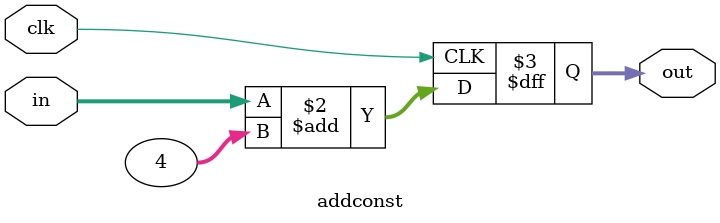
<source format=v>
module addconst (in, out, clk);
	parameter XLEN = 32;
	parameter CONST = 4;
	
	input clk;
	input [XLEN-1:0] in;
	output reg [XLEN-1:0] out;
	
	always @(posedge clk) begin
		out = in + CONST;
	end
	
endmodule

</source>
